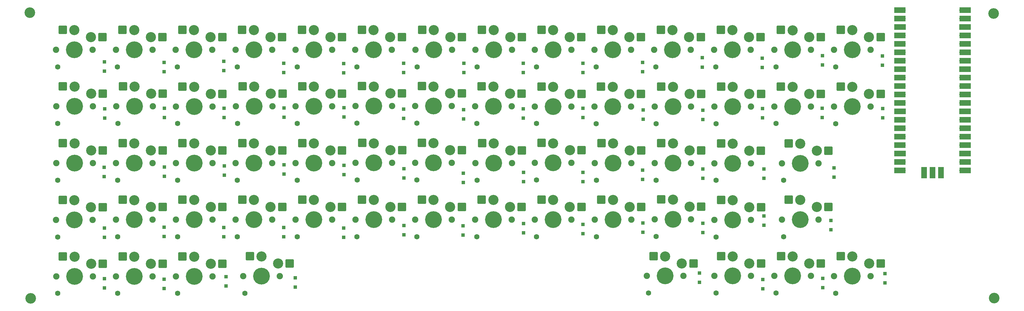
<source format=gbr>
%TF.GenerationSoftware,KiCad,Pcbnew,9.0.6*%
%TF.CreationDate,2025-12-29T17:27:32-05:00*%
%TF.ProjectId,keyboardepi pico,6b657962-6f61-4726-9465-706920706963,rev?*%
%TF.SameCoordinates,Original*%
%TF.FileFunction,Soldermask,Bot*%
%TF.FilePolarity,Negative*%
%FSLAX46Y46*%
G04 Gerber Fmt 4.6, Leading zero omitted, Abs format (unit mm)*
G04 Created by KiCad (PCBNEW 9.0.6) date 2025-12-29 17:27:32*
%MOMM*%
%LPD*%
G01*
G04 APERTURE LIST*
G04 Aperture macros list*
%AMRoundRect*
0 Rectangle with rounded corners*
0 $1 Rounding radius*
0 $2 $3 $4 $5 $6 $7 $8 $9 X,Y pos of 4 corners*
0 Add a 4 corners polygon primitive as box body*
4,1,4,$2,$3,$4,$5,$6,$7,$8,$9,$2,$3,0*
0 Add four circle primitives for the rounded corners*
1,1,$1+$1,$2,$3*
1,1,$1+$1,$4,$5*
1,1,$1+$1,$6,$7*
1,1,$1+$1,$8,$9*
0 Add four rect primitives between the rounded corners*
20,1,$1+$1,$2,$3,$4,$5,0*
20,1,$1+$1,$4,$5,$6,$7,0*
20,1,$1+$1,$6,$7,$8,$9,0*
20,1,$1+$1,$8,$9,$2,$3,0*%
G04 Aperture macros list end*
%ADD10C,1.900000*%
%ADD11C,1.600000*%
%ADD12C,3.050000*%
%ADD13C,5.050000*%
%ADD14RoundRect,0.250000X-1.025000X-1.000000X1.025000X-1.000000X1.025000X1.000000X-1.025000X1.000000X0*%
%ADD15C,3.200000*%
%ADD16RoundRect,0.250000X0.300000X-0.300000X0.300000X0.300000X-0.300000X0.300000X-0.300000X-0.300000X0*%
%ADD17O,1.700000X1.700000*%
%ADD18R,3.500000X1.700000*%
%ADD19R,1.700000X1.700000*%
%ADD20R,1.700000X3.500000*%
G04 APERTURE END LIST*
D10*
%TO.C,S41*%
X177000000Y-60000000D03*
D11*
X177500000Y-65150000D03*
D12*
X182500000Y-54100000D03*
D13*
X182500000Y-60000000D03*
D12*
X187500000Y-56200000D03*
D10*
X188000000Y-60000000D03*
D14*
X179000000Y-54000000D03*
X191000000Y-56200000D03*
%TD*%
D10*
%TO.C,S24*%
X141000000Y-42900000D03*
D11*
X141500000Y-48050000D03*
D12*
X146500000Y-37000000D03*
D13*
X146500000Y-42900000D03*
D12*
X151500000Y-39100000D03*
D10*
X152000000Y-42900000D03*
D14*
X143000000Y-36900000D03*
X155000000Y-39100000D03*
%TD*%
D10*
%TO.C,S4*%
X68949000Y-25890000D03*
D11*
X69449000Y-31040000D03*
D12*
X74449000Y-19990000D03*
D13*
X74449000Y-25890000D03*
D12*
X79449000Y-22090000D03*
D10*
X79949000Y-25890000D03*
D14*
X70949000Y-19890000D03*
X82949000Y-22090000D03*
%TD*%
D10*
%TO.C,S15*%
X249000000Y-25900000D03*
D11*
X249500000Y-31050000D03*
D12*
X254500000Y-20000000D03*
D13*
X254500000Y-25900000D03*
D12*
X259500000Y-22100000D03*
D10*
X260000000Y-25900000D03*
D14*
X251000000Y-19900000D03*
X263000000Y-22100000D03*
%TD*%
D10*
%TO.C,S10*%
X176910000Y-25900000D03*
D11*
X177410000Y-31050000D03*
D12*
X182410000Y-20000000D03*
D13*
X182410000Y-25900000D03*
D12*
X187410000Y-22100000D03*
D10*
X187910000Y-25900000D03*
D14*
X178910000Y-19900000D03*
X190910000Y-22100000D03*
%TD*%
D10*
%TO.C,S52*%
X105000000Y-77000000D03*
D11*
X105500000Y-82150000D03*
D12*
X110500000Y-71100000D03*
D13*
X110500000Y-77000000D03*
D12*
X115500000Y-73200000D03*
D10*
X116000000Y-77000000D03*
D14*
X107000000Y-71000000D03*
X119000000Y-73200000D03*
%TD*%
D10*
%TO.C,S31*%
X15000000Y-60000000D03*
D11*
X15500000Y-65150000D03*
D12*
X20500000Y-54100000D03*
D13*
X20500000Y-60000000D03*
D12*
X25500000Y-56200000D03*
D10*
X26000000Y-60000000D03*
D14*
X17000000Y-54000000D03*
X29000000Y-56200000D03*
%TD*%
D10*
%TO.C,S5*%
X86979000Y-25890000D03*
D11*
X87479000Y-31040000D03*
D12*
X92479000Y-19990000D03*
D13*
X92479000Y-25890000D03*
D12*
X97479000Y-22090000D03*
D10*
X97979000Y-25890000D03*
D14*
X88979000Y-19890000D03*
X100979000Y-22090000D03*
%TD*%
D10*
%TO.C,S58*%
X213000000Y-77100000D03*
D11*
X213500000Y-82250000D03*
D12*
X218500000Y-71200000D03*
D13*
X218500000Y-77100000D03*
D12*
X223500000Y-73300000D03*
D10*
X224000000Y-77100000D03*
D14*
X215000000Y-71100000D03*
X227000000Y-73300000D03*
%TD*%
D10*
%TO.C,S56*%
X176990000Y-77000000D03*
D11*
X177490000Y-82150000D03*
D12*
X182490000Y-71100000D03*
D13*
X182490000Y-77000000D03*
D12*
X187490000Y-73200000D03*
D10*
X187990000Y-77000000D03*
D14*
X178990000Y-71000000D03*
X190990000Y-73200000D03*
%TD*%
D10*
%TO.C,S19*%
X51000000Y-42950000D03*
D11*
X51500000Y-48100000D03*
D12*
X56500000Y-37050000D03*
D13*
X56500000Y-42950000D03*
D12*
X61500000Y-39150000D03*
D10*
X62000000Y-42950000D03*
D14*
X53000000Y-36950000D03*
X65000000Y-39150000D03*
%TD*%
D10*
%TO.C,S73*%
X213000000Y-94000000D03*
D11*
X213500000Y-99150000D03*
D12*
X218500000Y-88100000D03*
D13*
X218500000Y-94000000D03*
D12*
X223500000Y-90200000D03*
D10*
X224000000Y-94000000D03*
D14*
X215000000Y-88000000D03*
X227000000Y-90200000D03*
%TD*%
D10*
%TO.C,S22*%
X105000000Y-42850000D03*
D11*
X105500000Y-48000000D03*
D12*
X110500000Y-36950000D03*
D13*
X110500000Y-42850000D03*
D12*
X115500000Y-39050000D03*
D10*
X116000000Y-42850000D03*
D14*
X107000000Y-36850000D03*
X119000000Y-39050000D03*
%TD*%
D10*
%TO.C,S45*%
X233300000Y-60050000D03*
D11*
X233800000Y-65200000D03*
D12*
X238800000Y-54150000D03*
D13*
X238800000Y-60050000D03*
D12*
X243800000Y-56250000D03*
D10*
X244300000Y-60050000D03*
D14*
X235300000Y-54050000D03*
X247300000Y-56250000D03*
%TD*%
D10*
%TO.C,S75*%
X249010000Y-94050000D03*
D11*
X249510000Y-99200000D03*
D12*
X254510000Y-88150000D03*
D13*
X254510000Y-94050000D03*
D12*
X259510000Y-90250000D03*
D10*
X260010000Y-94050000D03*
D14*
X251010000Y-88050000D03*
X263010000Y-90250000D03*
%TD*%
D10*
%TO.C,S34*%
X51000000Y-60000000D03*
D11*
X51500000Y-65150000D03*
D12*
X56500000Y-54100000D03*
D13*
X56500000Y-60000000D03*
D12*
X61500000Y-56200000D03*
D10*
X62000000Y-60000000D03*
D14*
X53000000Y-54000000D03*
X65000000Y-56200000D03*
%TD*%
D10*
%TO.C,S42*%
X195000000Y-60000000D03*
D11*
X195500000Y-65150000D03*
D12*
X200500000Y-54100000D03*
D13*
X200500000Y-60000000D03*
D12*
X205500000Y-56200000D03*
D10*
X206000000Y-60000000D03*
D14*
X197000000Y-54000000D03*
X209000000Y-56200000D03*
%TD*%
D10*
%TO.C,S20*%
X69080000Y-42900000D03*
D11*
X69580000Y-48050000D03*
D12*
X74580000Y-37000000D03*
D13*
X74580000Y-42900000D03*
D12*
X79580000Y-39100000D03*
D10*
X80080000Y-42900000D03*
D14*
X71080000Y-36900000D03*
X83080000Y-39100000D03*
%TD*%
D15*
%TO.C,REF\u002A\u002A*%
X7035800Y-14706600D03*
%TD*%
D10*
%TO.C,S11*%
X194900000Y-25900000D03*
D11*
X195400000Y-31050000D03*
D12*
X200400000Y-20000000D03*
D13*
X200400000Y-25900000D03*
D12*
X205400000Y-22100000D03*
D10*
X205900000Y-25900000D03*
D14*
X196900000Y-19900000D03*
X208900000Y-22100000D03*
%TD*%
D10*
%TO.C,S62*%
X33000000Y-94100000D03*
D11*
X33500000Y-99250000D03*
D12*
X38500000Y-88200000D03*
D13*
X38500000Y-94100000D03*
D12*
X43500000Y-90300000D03*
D10*
X44000000Y-94100000D03*
D14*
X35000000Y-88100000D03*
X47000000Y-90300000D03*
%TD*%
D10*
%TO.C,S53*%
X123000000Y-77000000D03*
D11*
X123500000Y-82150000D03*
D12*
X128500000Y-71100000D03*
D13*
X128500000Y-77000000D03*
D12*
X133500000Y-73200000D03*
D10*
X134000000Y-77000000D03*
D14*
X125000000Y-71000000D03*
X137000000Y-73200000D03*
%TD*%
D15*
%TO.C,REF\u002A\u002A*%
X296976800Y-14986000D03*
%TD*%
D10*
%TO.C,S46*%
X14980000Y-77100000D03*
D11*
X15480000Y-82250000D03*
D12*
X20480000Y-71200000D03*
D13*
X20480000Y-77100000D03*
D12*
X25480000Y-73300000D03*
D10*
X25980000Y-77100000D03*
D14*
X16980000Y-71100000D03*
X28980000Y-73300000D03*
%TD*%
D15*
%TO.C,REF\u002A\u002A*%
X7366000Y-100711000D03*
%TD*%
D10*
%TO.C,S50*%
X69000000Y-77000000D03*
D11*
X69500000Y-82150000D03*
D12*
X74500000Y-71100000D03*
D13*
X74500000Y-77000000D03*
D12*
X79500000Y-73200000D03*
D10*
X80000000Y-77000000D03*
D14*
X71000000Y-71000000D03*
X83000000Y-73200000D03*
%TD*%
D10*
%TO.C,S49*%
X51000000Y-77000000D03*
D11*
X51500000Y-82150000D03*
D12*
X56500000Y-71100000D03*
D13*
X56500000Y-77000000D03*
D12*
X61500000Y-73200000D03*
D10*
X62000000Y-77000000D03*
D14*
X53000000Y-71000000D03*
X65000000Y-73200000D03*
%TD*%
D10*
%TO.C,S38*%
X123000000Y-59900000D03*
D11*
X123500000Y-65050000D03*
D12*
X128500000Y-54000000D03*
D13*
X128500000Y-59900000D03*
D12*
X133500000Y-56100000D03*
D10*
X134000000Y-59900000D03*
D14*
X125000000Y-53900000D03*
X137000000Y-56100000D03*
%TD*%
D10*
%TO.C,S43*%
X212990000Y-60050000D03*
D11*
X213490000Y-65200000D03*
D12*
X218490000Y-54150000D03*
D13*
X218490000Y-60050000D03*
D12*
X223490000Y-56250000D03*
D10*
X223990000Y-60050000D03*
D14*
X214990000Y-54050000D03*
X226990000Y-56250000D03*
%TD*%
D10*
%TO.C,S6*%
X104979000Y-25890000D03*
D11*
X105479000Y-31040000D03*
D12*
X110479000Y-19990000D03*
D13*
X110479000Y-25890000D03*
D12*
X115479000Y-22090000D03*
D10*
X115979000Y-25890000D03*
D14*
X106979000Y-19890000D03*
X118979000Y-22090000D03*
%TD*%
D10*
%TO.C,S13*%
X231000000Y-25910000D03*
D11*
X231500000Y-31060000D03*
D12*
X236500000Y-20010000D03*
D13*
X236500000Y-25910000D03*
D12*
X241500000Y-22110000D03*
D10*
X242000000Y-25910000D03*
D14*
X233000000Y-19910000D03*
X245000000Y-22110000D03*
%TD*%
D10*
%TO.C,S57*%
X195000000Y-76950000D03*
D11*
X195500000Y-82100000D03*
D12*
X200500000Y-71050000D03*
D13*
X200500000Y-76950000D03*
D12*
X205500000Y-73150000D03*
D10*
X206000000Y-76950000D03*
D14*
X197000000Y-70950000D03*
X209000000Y-73150000D03*
%TD*%
D10*
%TO.C,S61*%
X15000000Y-94100000D03*
D11*
X15500000Y-99250000D03*
D12*
X20500000Y-88200000D03*
D13*
X20500000Y-94100000D03*
D12*
X25500000Y-90300000D03*
D10*
X26000000Y-94100000D03*
D14*
X17000000Y-88100000D03*
X29000000Y-90300000D03*
%TD*%
D10*
%TO.C,S26*%
X176900000Y-43000000D03*
D11*
X177400000Y-48150000D03*
D12*
X182400000Y-37100000D03*
D13*
X182400000Y-43000000D03*
D12*
X187400000Y-39200000D03*
D10*
X187900000Y-43000000D03*
D14*
X178900000Y-37000000D03*
X190900000Y-39200000D03*
%TD*%
D10*
%TO.C,S23*%
X123000000Y-42850000D03*
D11*
X123500000Y-48000000D03*
D12*
X128500000Y-36950000D03*
D13*
X128500000Y-42850000D03*
D12*
X133500000Y-39050000D03*
D10*
X134000000Y-42850000D03*
D14*
X125000000Y-36850000D03*
X137000000Y-39050000D03*
%TD*%
D10*
%TO.C,S40*%
X159010000Y-59950000D03*
D11*
X159510000Y-65100000D03*
D12*
X164510000Y-54050000D03*
D13*
X164510000Y-59950000D03*
D12*
X169510000Y-56150000D03*
D10*
X170010000Y-59950000D03*
D14*
X161010000Y-53950000D03*
X173010000Y-56150000D03*
%TD*%
D10*
%TO.C,S51*%
X87000000Y-77000000D03*
D11*
X87500000Y-82150000D03*
D12*
X92500000Y-71100000D03*
D13*
X92500000Y-77000000D03*
D12*
X97500000Y-73200000D03*
D10*
X98000000Y-77000000D03*
D14*
X89000000Y-71000000D03*
X101000000Y-73200000D03*
%TD*%
D10*
%TO.C,S60*%
X233300000Y-77000000D03*
D11*
X233800000Y-82150000D03*
D12*
X238800000Y-71100000D03*
D13*
X238800000Y-77000000D03*
D12*
X243800000Y-73200000D03*
D10*
X244300000Y-77000000D03*
D14*
X235300000Y-71000000D03*
X247300000Y-73200000D03*
%TD*%
D10*
%TO.C,S63*%
X51000000Y-94100000D03*
D11*
X51500000Y-99250000D03*
D12*
X56500000Y-88200000D03*
D13*
X56500000Y-94100000D03*
D12*
X61500000Y-90300000D03*
D10*
X62000000Y-94100000D03*
D14*
X53000000Y-88100000D03*
X65000000Y-90300000D03*
%TD*%
D10*
%TO.C,S18*%
X33080000Y-42900000D03*
D11*
X33580000Y-48050000D03*
D12*
X38580000Y-37000000D03*
D13*
X38580000Y-42900000D03*
D12*
X43580000Y-39100000D03*
D10*
X44080000Y-42900000D03*
D14*
X35080000Y-36900000D03*
X47080000Y-39100000D03*
%TD*%
D10*
%TO.C,S28*%
X213000000Y-43000000D03*
D11*
X213500000Y-48150000D03*
D12*
X218500000Y-37100000D03*
D13*
X218500000Y-43000000D03*
D12*
X223500000Y-39200000D03*
D10*
X224000000Y-43000000D03*
D14*
X215000000Y-37000000D03*
X227000000Y-39200000D03*
%TD*%
D10*
%TO.C,S37*%
X105050000Y-59950000D03*
D11*
X105550000Y-65100000D03*
D12*
X110550000Y-54050000D03*
D13*
X110550000Y-59950000D03*
D12*
X115550000Y-56150000D03*
D10*
X116050000Y-59950000D03*
D14*
X107050000Y-53950000D03*
X119050000Y-56150000D03*
%TD*%
D10*
%TO.C,S7*%
X123080000Y-25880000D03*
D11*
X123580000Y-31030000D03*
D12*
X128580000Y-19980000D03*
D13*
X128580000Y-25880000D03*
D12*
X133580000Y-22080000D03*
D10*
X134080000Y-25880000D03*
D14*
X125080000Y-19880000D03*
X137080000Y-22080000D03*
%TD*%
D10*
%TO.C,S33*%
X33010000Y-60000000D03*
D11*
X33510000Y-65150000D03*
D12*
X38510000Y-54100000D03*
D13*
X38510000Y-60000000D03*
D12*
X43510000Y-56200000D03*
D10*
X44010000Y-60000000D03*
D14*
X35010000Y-54000000D03*
X47010000Y-56200000D03*
%TD*%
D10*
%TO.C,S39*%
X141100000Y-60000000D03*
D11*
X141600000Y-65150000D03*
D12*
X146600000Y-54100000D03*
D13*
X146600000Y-60000000D03*
D12*
X151600000Y-56200000D03*
D10*
X152100000Y-60000000D03*
D14*
X143100000Y-54000000D03*
X155100000Y-56200000D03*
%TD*%
D10*
%TO.C,S17*%
X192706250Y-94000000D03*
D11*
X193206250Y-99150000D03*
D12*
X198206250Y-88100000D03*
D13*
X198206250Y-94000000D03*
D12*
X203206250Y-90200000D03*
D10*
X203706250Y-94000000D03*
D14*
X194706250Y-88000000D03*
X206706250Y-90200000D03*
%TD*%
D10*
%TO.C,S1*%
X14949000Y-25890000D03*
D11*
X15449000Y-31040000D03*
D12*
X20449000Y-19990000D03*
D13*
X20449000Y-25890000D03*
D12*
X25449000Y-22090000D03*
D10*
X25949000Y-25890000D03*
D14*
X16949000Y-19890000D03*
X28949000Y-22090000D03*
%TD*%
D10*
%TO.C,S30*%
X249000000Y-43000000D03*
D11*
X249500000Y-48150000D03*
D12*
X254500000Y-37100000D03*
D13*
X254500000Y-43000000D03*
D12*
X259500000Y-39200000D03*
D10*
X260000000Y-43000000D03*
D14*
X251000000Y-37000000D03*
X263000000Y-39200000D03*
%TD*%
D10*
%TO.C,S54*%
X141000000Y-77000000D03*
D11*
X141500000Y-82150000D03*
D12*
X146500000Y-71100000D03*
D13*
X146500000Y-77000000D03*
D12*
X151500000Y-73200000D03*
D10*
X152000000Y-77000000D03*
D14*
X143000000Y-71000000D03*
X155000000Y-73200000D03*
%TD*%
D10*
%TO.C,S14*%
X231000000Y-42950000D03*
D11*
X231500000Y-48100000D03*
D12*
X236500000Y-37050000D03*
D13*
X236500000Y-42950000D03*
D12*
X241500000Y-39150000D03*
D10*
X242000000Y-42950000D03*
D14*
X233000000Y-36950000D03*
X245000000Y-39150000D03*
%TD*%
D10*
%TO.C,S29*%
X71243750Y-94050000D03*
D11*
X71743750Y-99200000D03*
D12*
X76743750Y-88150000D03*
D13*
X76743750Y-94050000D03*
D12*
X81743750Y-90250000D03*
D10*
X82243750Y-94050000D03*
D14*
X73243750Y-88050000D03*
X85243750Y-90250000D03*
%TD*%
D10*
%TO.C,S25*%
X159000000Y-42950000D03*
D11*
X159500000Y-48100000D03*
D12*
X164500000Y-37050000D03*
D13*
X164500000Y-42950000D03*
D12*
X169500000Y-39150000D03*
D10*
X170000000Y-42950000D03*
D14*
X161000000Y-36950000D03*
X173000000Y-39150000D03*
%TD*%
D10*
%TO.C,S8*%
X141079000Y-25890000D03*
D11*
X141579000Y-31040000D03*
D12*
X146579000Y-19990000D03*
D13*
X146579000Y-25890000D03*
D12*
X151579000Y-22090000D03*
D10*
X152079000Y-25890000D03*
D14*
X143079000Y-19890000D03*
X155079000Y-22090000D03*
%TD*%
D10*
%TO.C,S16*%
X15000000Y-42900000D03*
D11*
X15500000Y-48050000D03*
D12*
X20500000Y-37000000D03*
D13*
X20500000Y-42900000D03*
D12*
X25500000Y-39100000D03*
D10*
X26000000Y-42900000D03*
D14*
X17000000Y-36900000D03*
X29000000Y-39100000D03*
%TD*%
D10*
%TO.C,S48*%
X33010000Y-77050000D03*
D11*
X33510000Y-82200000D03*
D12*
X38510000Y-71150000D03*
D13*
X38510000Y-77050000D03*
D12*
X43510000Y-73250000D03*
D10*
X44010000Y-77050000D03*
D14*
X35010000Y-71050000D03*
X47010000Y-73250000D03*
%TD*%
D10*
%TO.C,S3*%
X50959000Y-25890000D03*
D11*
X51459000Y-31040000D03*
D12*
X56459000Y-19990000D03*
D13*
X56459000Y-25890000D03*
D12*
X61459000Y-22090000D03*
D10*
X61959000Y-25890000D03*
D14*
X52959000Y-19890000D03*
X64959000Y-22090000D03*
%TD*%
D10*
%TO.C,S12*%
X212900000Y-25900000D03*
D11*
X213400000Y-31050000D03*
D12*
X218400000Y-20000000D03*
D13*
X218400000Y-25900000D03*
D12*
X223400000Y-22100000D03*
D10*
X223900000Y-25900000D03*
D14*
X214900000Y-19900000D03*
X226900000Y-22100000D03*
%TD*%
D10*
%TO.C,S2*%
X32949000Y-25890000D03*
D11*
X33449000Y-31040000D03*
D12*
X38449000Y-19990000D03*
D13*
X38449000Y-25890000D03*
D12*
X43449000Y-22090000D03*
D10*
X43949000Y-25890000D03*
D14*
X34949000Y-19890000D03*
X46949000Y-22090000D03*
%TD*%
D10*
%TO.C,S21*%
X87000000Y-42900000D03*
D11*
X87500000Y-48050000D03*
D12*
X92500000Y-37000000D03*
D13*
X92500000Y-42900000D03*
D12*
X97500000Y-39100000D03*
D10*
X98000000Y-42900000D03*
D14*
X89000000Y-36900000D03*
X101000000Y-39100000D03*
%TD*%
D10*
%TO.C,S27*%
X195000000Y-43000000D03*
D11*
X195500000Y-48150000D03*
D12*
X200500000Y-37100000D03*
D13*
X200500000Y-43000000D03*
D12*
X205500000Y-39200000D03*
D10*
X206000000Y-43000000D03*
D14*
X197000000Y-37000000D03*
X209000000Y-39200000D03*
%TD*%
D10*
%TO.C,S35*%
X69000000Y-60000000D03*
D11*
X69500000Y-65150000D03*
D12*
X74500000Y-54100000D03*
D13*
X74500000Y-60000000D03*
D12*
X79500000Y-56200000D03*
D10*
X80000000Y-60000000D03*
D14*
X71000000Y-54000000D03*
X83000000Y-56200000D03*
%TD*%
D10*
%TO.C,S74*%
X231010000Y-94000000D03*
D11*
X231510000Y-99150000D03*
D12*
X236510000Y-88100000D03*
D13*
X236510000Y-94000000D03*
D12*
X241510000Y-90200000D03*
D10*
X242010000Y-94000000D03*
D14*
X233010000Y-88000000D03*
X245010000Y-90200000D03*
%TD*%
D10*
%TO.C,S36*%
X87000000Y-60000000D03*
D11*
X87500000Y-65150000D03*
D12*
X92500000Y-54100000D03*
D13*
X92500000Y-60000000D03*
D12*
X97500000Y-56200000D03*
D10*
X98000000Y-60000000D03*
D14*
X89000000Y-54000000D03*
X101000000Y-56200000D03*
%TD*%
D10*
%TO.C,S9*%
X158979000Y-25900000D03*
D11*
X159479000Y-31050000D03*
D12*
X164479000Y-20000000D03*
D13*
X164479000Y-25900000D03*
D12*
X169479000Y-22100000D03*
D10*
X169979000Y-25900000D03*
D14*
X160979000Y-19900000D03*
X172979000Y-22100000D03*
%TD*%
D10*
%TO.C,S55*%
X159000000Y-77000000D03*
D11*
X159500000Y-82150000D03*
D12*
X164500000Y-71100000D03*
D13*
X164500000Y-77000000D03*
D12*
X169500000Y-73200000D03*
D10*
X170000000Y-77000000D03*
D14*
X161000000Y-71000000D03*
X173000000Y-73200000D03*
%TD*%
D15*
%TO.C,REF\u002A\u002A*%
X297180000Y-100609400D03*
%TD*%
D16*
%TO.C,D15*%
X263499600Y-30584600D03*
X263499600Y-27784600D03*
%TD*%
%TO.C,D31*%
X29413200Y-64087200D03*
X29413200Y-61287200D03*
%TD*%
%TO.C,D68*%
X208457800Y-95888000D03*
X208457800Y-93088000D03*
%TD*%
%TO.C,D12*%
X227406200Y-31245000D03*
X227406200Y-28445000D03*
%TD*%
%TO.C,D7*%
X137591800Y-32769000D03*
X137591800Y-29969000D03*
%TD*%
%TO.C,D37*%
X119557800Y-64493600D03*
X119557800Y-61693600D03*
%TD*%
%TO.C,D2*%
X47421800Y-32515000D03*
X47421800Y-29715000D03*
%TD*%
%TO.C,D5*%
X101498400Y-32845200D03*
X101498400Y-30045200D03*
%TD*%
%TO.C,D63*%
X66116200Y-97031000D03*
X66116200Y-94231000D03*
%TD*%
%TO.C,D39*%
X155575000Y-65560400D03*
X155575000Y-62760400D03*
%TD*%
%TO.C,D22*%
X119507000Y-46586600D03*
X119507000Y-43786600D03*
%TD*%
%TO.C,D75*%
X264287000Y-96065800D03*
X264287000Y-93265800D03*
%TD*%
%TO.C,D21*%
X101549200Y-46104000D03*
X101549200Y-43304000D03*
%TD*%
%TO.C,D24*%
X155473400Y-46437200D03*
X155473400Y-43637200D03*
%TD*%
%TO.C,D43*%
X227863400Y-64547400D03*
X227863400Y-61747400D03*
%TD*%
%TO.C,D45*%
X248996200Y-64265000D03*
X248996200Y-61465000D03*
%TD*%
%TO.C,D8*%
X155524200Y-32743600D03*
X155524200Y-29943600D03*
%TD*%
%TO.C,D11*%
X209346800Y-31095600D03*
X209346800Y-28295600D03*
%TD*%
%TO.C,D41*%
X191414400Y-64925400D03*
X191414400Y-62125400D03*
%TD*%
%TO.C,D120*%
X245440200Y-46307200D03*
X245440200Y-43507200D03*
%TD*%
%TO.C,D27*%
X209550000Y-46891400D03*
X209550000Y-44091400D03*
%TD*%
%TO.C,D34*%
X65582800Y-63680800D03*
X65582800Y-60880800D03*
%TD*%
%TO.C,D30*%
X263601200Y-46383400D03*
X263601200Y-43583400D03*
%TD*%
%TO.C,D26*%
X191541400Y-46764400D03*
X191541400Y-43964400D03*
%TD*%
%TO.C,D61*%
X29514800Y-97564400D03*
X29514800Y-94764400D03*
%TD*%
%TO.C,D40*%
X173456600Y-65611200D03*
X173456600Y-62811200D03*
%TD*%
%TO.C,D6*%
X119507000Y-32743600D03*
X119507000Y-29943600D03*
%TD*%
%TO.C,D62*%
X47498000Y-97767600D03*
X47498000Y-94967600D03*
%TD*%
%TO.C,D36*%
X101523800Y-63477600D03*
X101523800Y-60677600D03*
%TD*%
%TO.C,D20*%
X83540600Y-46180200D03*
X83540600Y-43380200D03*
%TD*%
%TO.C,D54*%
X155575000Y-81003600D03*
X155575000Y-78203600D03*
%TD*%
%TO.C,D33*%
X47523400Y-63960200D03*
X47523400Y-61160200D03*
%TD*%
%TO.C,D55*%
X173456600Y-81257600D03*
X173456600Y-78457600D03*
%TD*%
%TO.C,D28*%
X227457000Y-46383400D03*
X227457000Y-43583400D03*
%TD*%
%TO.C,D50*%
X83439000Y-82172000D03*
X83439000Y-79372000D03*
%TD*%
%TO.C,D35*%
X83489800Y-63325200D03*
X83489800Y-60525200D03*
%TD*%
%TO.C,D1*%
X29489400Y-32311800D03*
X29489400Y-29511800D03*
%TD*%
D17*
%TO.C,U1*%
X287496250Y-13970000D03*
D18*
X288396250Y-13970000D03*
D17*
X287496250Y-16510000D03*
D18*
X288396250Y-16510000D03*
D19*
X287496250Y-19050000D03*
D18*
X288396250Y-19050000D03*
D17*
X287496250Y-21590000D03*
D18*
X288396250Y-21590000D03*
D17*
X287496250Y-24130000D03*
D18*
X288396250Y-24130000D03*
D17*
X287496250Y-26670000D03*
D18*
X288396250Y-26670000D03*
D17*
X287496250Y-29210000D03*
D18*
X288396250Y-29210000D03*
D19*
X287496250Y-31750000D03*
D18*
X288396250Y-31750000D03*
D17*
X287496250Y-34290000D03*
D18*
X288396250Y-34290000D03*
D17*
X287496250Y-36830000D03*
D18*
X288396250Y-36830000D03*
D17*
X287496250Y-39370000D03*
D18*
X288396250Y-39370000D03*
D17*
X287496250Y-41910000D03*
D18*
X288396250Y-41910000D03*
D19*
X287496250Y-44450000D03*
D18*
X288396250Y-44450000D03*
D17*
X287496250Y-46990000D03*
D18*
X288396250Y-46990000D03*
D17*
X287496250Y-49530000D03*
D18*
X288396250Y-49530000D03*
D17*
X287496250Y-52070000D03*
D18*
X288396250Y-52070000D03*
D17*
X287496250Y-54610000D03*
D18*
X288396250Y-54610000D03*
D19*
X287496250Y-57150000D03*
D18*
X288396250Y-57150000D03*
D17*
X287496250Y-59690000D03*
D18*
X288396250Y-59690000D03*
D17*
X287496250Y-62230000D03*
D18*
X288396250Y-62230000D03*
D17*
X269716250Y-62230000D03*
D18*
X268816250Y-62230000D03*
D17*
X269716250Y-59690000D03*
D18*
X268816250Y-59690000D03*
D19*
X269716250Y-57150000D03*
D18*
X268816250Y-57150000D03*
D17*
X269716250Y-54610000D03*
D18*
X268816250Y-54610000D03*
D17*
X269716250Y-52070000D03*
D18*
X268816250Y-52070000D03*
D17*
X269716250Y-49530000D03*
D18*
X268816250Y-49530000D03*
D17*
X269716250Y-46990000D03*
D18*
X268816250Y-46990000D03*
D19*
X269716250Y-44450000D03*
D18*
X268816250Y-44450000D03*
D17*
X269716250Y-41910000D03*
D18*
X268816250Y-41910000D03*
D17*
X269716250Y-39370000D03*
D18*
X268816250Y-39370000D03*
D17*
X269716250Y-36830000D03*
D18*
X268816250Y-36830000D03*
D17*
X269716250Y-34290000D03*
D18*
X268816250Y-34290000D03*
D19*
X269716250Y-31750000D03*
D18*
X268816250Y-31750000D03*
D17*
X269716250Y-29210000D03*
D18*
X268816250Y-29210000D03*
D17*
X269716250Y-26670000D03*
D18*
X268816250Y-26670000D03*
D17*
X269716250Y-24130000D03*
D18*
X268816250Y-24130000D03*
D17*
X269716250Y-21590000D03*
D18*
X268816250Y-21590000D03*
D19*
X269716250Y-19050000D03*
D18*
X268816250Y-19050000D03*
D17*
X269716250Y-16510000D03*
D18*
X268816250Y-16510000D03*
D17*
X269716250Y-13970000D03*
D18*
X268816250Y-13970000D03*
D17*
X281146250Y-62000000D03*
D20*
X281146250Y-62900000D03*
D19*
X278606250Y-62000000D03*
D20*
X278606250Y-62900000D03*
D17*
X276066250Y-62000000D03*
D20*
X276066250Y-62900000D03*
%TD*%
D16*
%TO.C,D18*%
X47523400Y-46310200D03*
X47523400Y-43510200D03*
%TD*%
%TO.C,D74*%
X245618000Y-97488200D03*
X245618000Y-94688200D03*
%TD*%
%TO.C,D3*%
X65405000Y-32159400D03*
X65405000Y-29359400D03*
%TD*%
%TO.C,D13*%
X245491000Y-30486000D03*
X245491000Y-27686000D03*
%TD*%
%TO.C,D38*%
X137490200Y-65814400D03*
X137490200Y-63014400D03*
%TD*%
%TO.C,D4*%
X83464400Y-32769000D03*
X83464400Y-29969000D03*
%TD*%
%TO.C,D25*%
X173482000Y-46281800D03*
X173482000Y-43481800D03*
%TD*%
%TO.C,D58*%
X227888800Y-78743000D03*
X227888800Y-75943000D03*
%TD*%
%TO.C,D23*%
X137515600Y-46688200D03*
X137515600Y-43888200D03*
%TD*%
%TO.C,D57*%
X209524600Y-80952800D03*
X209524600Y-78152800D03*
%TD*%
%TO.C,D56*%
X191465200Y-80851200D03*
X191465200Y-78051200D03*
%TD*%
%TO.C,D52*%
X119557800Y-81638600D03*
X119557800Y-78838600D03*
%TD*%
%TO.C,D51*%
X101498400Y-82324400D03*
X101498400Y-79524400D03*
%TD*%
%TO.C,D60*%
X248005600Y-80063800D03*
X248005600Y-77263800D03*
%TD*%
%TO.C,D53*%
X137414000Y-81714800D03*
X137414000Y-78914800D03*
%TD*%
%TO.C,D42*%
X209524600Y-64595200D03*
X209524600Y-61795200D03*
%TD*%
%TO.C,D9*%
X173456600Y-32718200D03*
X173456600Y-29918200D03*
%TD*%
%TO.C,D10*%
X191414400Y-32515000D03*
X191414400Y-29715000D03*
%TD*%
%TO.C,D73*%
X227533200Y-97818400D03*
X227533200Y-95018400D03*
%TD*%
%TO.C,D46*%
X29514800Y-82349800D03*
X29514800Y-79549800D03*
%TD*%
%TO.C,D49*%
X65405000Y-82172000D03*
X65405000Y-79372000D03*
%TD*%
%TO.C,D121*%
X86944200Y-97310400D03*
X86944200Y-94510400D03*
%TD*%
%TO.C,D16*%
X29565600Y-46434200D03*
X29565600Y-43634200D03*
%TD*%
%TO.C,D48*%
X47472600Y-82095800D03*
X47472600Y-79295800D03*
%TD*%
%TO.C,D19*%
X65506600Y-46332600D03*
X65506600Y-43532600D03*
%TD*%
M02*

</source>
